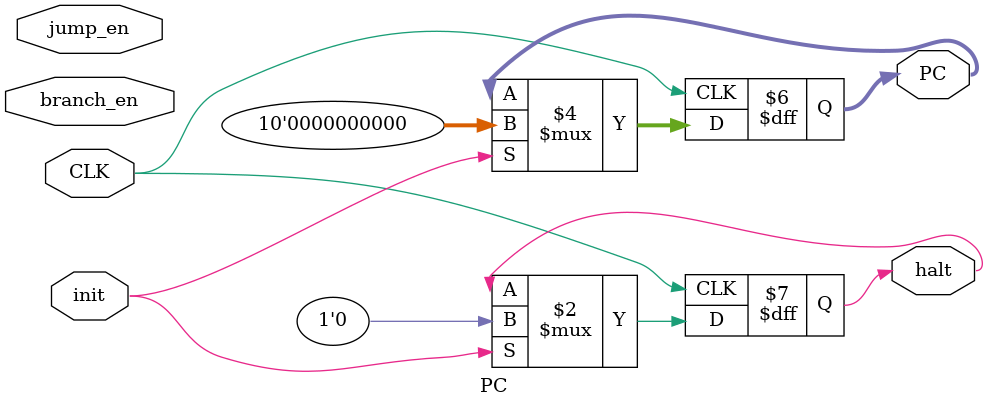
<source format=sv>
module PC(
  input init,
        jump_en,		// relative
				branch_en,		// 
				CLK,
  output logic halt,
  output logic[ 9:0] PC);

always @(posedge CLK)
  if (init) begin
    PC <= 0;
	  halt <= 0;
  end 
endmodule
        
</source>
